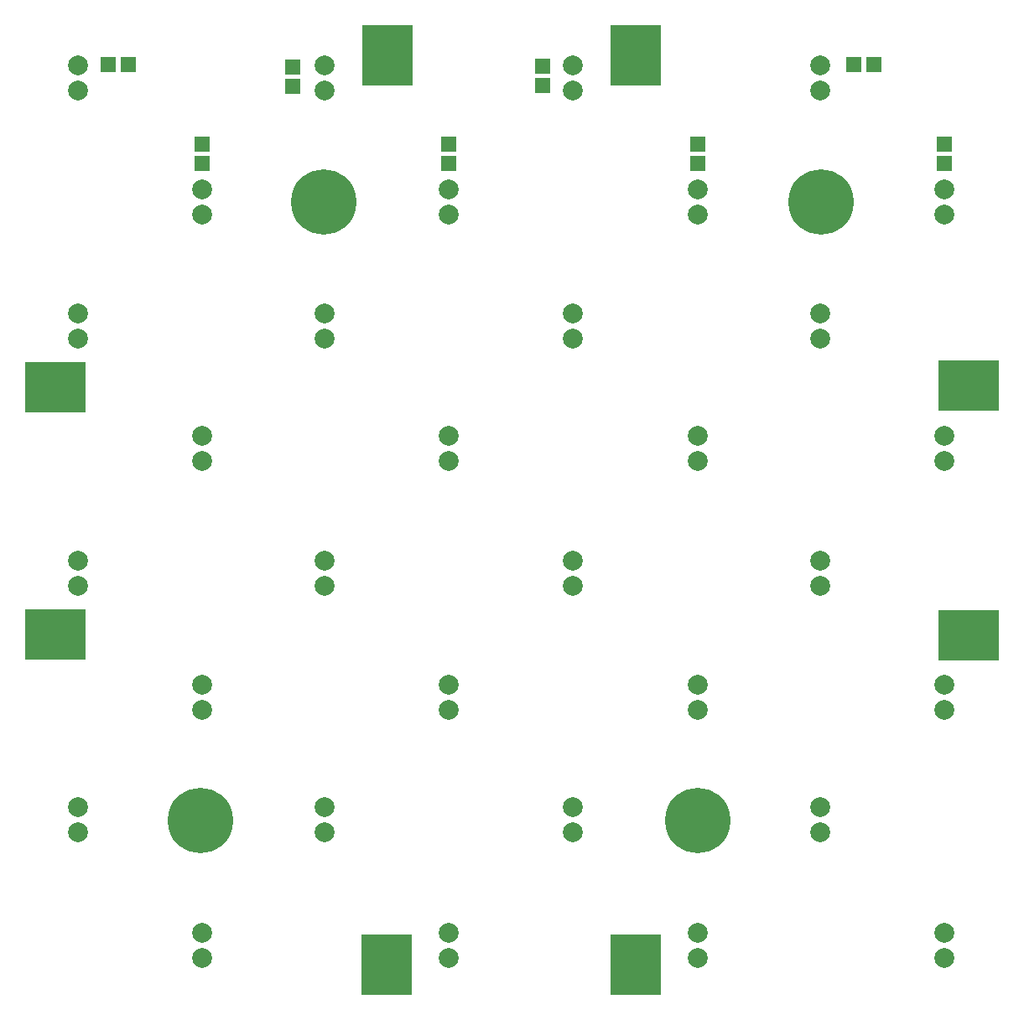
<source format=gbr>
%FSLAX34Y34*%
%MOMM*%
%LNSOLDERMASK_BOTTOM*%
G71*
G01*
%ADD10R,1.600X1.500*%
%ADD11R,1.500X1.600*%
%ADD12C,2.000*%
%ADD13R,6.200X5.200*%
%ADD14R,5.200X6.200*%
%ADD15C,6.600*%
%ADD16C,0.800*%
%LPD*%
X935434Y866775D02*
G54D10*
D03*
X935434Y846981D02*
G54D10*
D03*
X686197Y866775D02*
G54D10*
D03*
X686197Y846981D02*
G54D10*
D03*
X435372Y866775D02*
G54D10*
D03*
X435372Y846981D02*
G54D10*
D03*
X186134Y866775D02*
G54D10*
D03*
X186134Y846981D02*
G54D10*
D03*
X277813Y924770D02*
G54D10*
D03*
X277813Y944563D02*
G54D10*
D03*
X530225Y925959D02*
G54D10*
D03*
X530225Y945356D02*
G54D10*
D03*
X863972Y947366D02*
G54D11*
D03*
X844178Y947366D02*
G54D11*
D03*
X111497Y946572D02*
G54D11*
D03*
X91703Y946572D02*
G54D11*
D03*
X435372Y571500D02*
G54D12*
D03*
X435372Y546100D02*
G54D12*
D03*
X686197Y571500D02*
G54D12*
D03*
X686197Y546100D02*
G54D12*
D03*
X935434Y571500D02*
G54D12*
D03*
X935434Y546100D02*
G54D12*
D03*
X186134Y571500D02*
G54D12*
D03*
X186134Y546100D02*
G54D12*
D03*
X435372Y320675D02*
G54D12*
D03*
X435372Y295275D02*
G54D12*
D03*
X686197Y320675D02*
G54D12*
D03*
X686197Y295275D02*
G54D12*
D03*
X935434Y320675D02*
G54D12*
D03*
X935434Y295275D02*
G54D12*
D03*
X186134Y320675D02*
G54D12*
D03*
X186134Y295275D02*
G54D12*
D03*
X435372Y69850D02*
G54D12*
D03*
X435372Y44450D02*
G54D12*
D03*
X686197Y69850D02*
G54D12*
D03*
X686197Y44450D02*
G54D12*
D03*
X935434Y69850D02*
G54D12*
D03*
X935434Y44450D02*
G54D12*
D03*
X186134Y69850D02*
G54D12*
D03*
X186134Y44450D02*
G54D12*
D03*
X309960Y196850D02*
G54D12*
D03*
X309960Y171450D02*
G54D12*
D03*
X560784Y196850D02*
G54D12*
D03*
X560784Y171450D02*
G54D12*
D03*
X810022Y196850D02*
G54D12*
D03*
X810022Y171450D02*
G54D12*
D03*
X60722Y196850D02*
G54D12*
D03*
X60722Y171450D02*
G54D12*
D03*
X309960Y446088D02*
G54D12*
D03*
X309960Y420688D02*
G54D12*
D03*
X560784Y446088D02*
G54D12*
D03*
X560784Y420688D02*
G54D12*
D03*
X810022Y446088D02*
G54D12*
D03*
X810022Y420688D02*
G54D12*
D03*
X60722Y446088D02*
G54D12*
D03*
X60722Y420688D02*
G54D12*
D03*
X309960Y695325D02*
G54D12*
D03*
X309960Y669925D02*
G54D12*
D03*
X560784Y695325D02*
G54D12*
D03*
X560784Y669925D02*
G54D12*
D03*
X810022Y695325D02*
G54D12*
D03*
X810022Y669925D02*
G54D12*
D03*
X60722Y695325D02*
G54D12*
D03*
X60722Y669925D02*
G54D12*
D03*
X435372Y820738D02*
G54D12*
D03*
X435372Y795338D02*
G54D12*
D03*
X686197Y820738D02*
G54D12*
D03*
X686197Y795338D02*
G54D12*
D03*
X935434Y820738D02*
G54D12*
D03*
X935434Y795338D02*
G54D12*
D03*
X186134Y820738D02*
G54D12*
D03*
X186134Y795338D02*
G54D12*
D03*
X309960Y946150D02*
G54D12*
D03*
X309960Y920750D02*
G54D12*
D03*
X560784Y946150D02*
G54D12*
D03*
X560784Y920750D02*
G54D12*
D03*
X810022Y946150D02*
G54D12*
D03*
X810022Y920750D02*
G54D12*
D03*
X60722Y946150D02*
G54D12*
D03*
X60722Y920750D02*
G54D12*
D03*
X37703Y620712D02*
G54D13*
D03*
X623491Y956469D02*
G54D14*
D03*
X960041Y622300D02*
G54D13*
D03*
X372666Y37306D02*
G54D14*
D03*
X623491Y37306D02*
G54D14*
D03*
X960041Y370681D02*
G54D13*
D03*
X37703Y371474D02*
G54D13*
D03*
X373459Y956467D02*
G54D14*
D03*
X811118Y808133D02*
G54D15*
D03*
X835118Y808133D02*
G54D16*
D03*
X828088Y791162D02*
G54D16*
D03*
X811118Y784133D02*
G54D16*
D03*
X794147Y791162D02*
G54D16*
D03*
X787118Y808133D02*
G54D16*
D03*
X794147Y825104D02*
G54D16*
D03*
X811118Y832133D02*
G54D16*
D03*
X828088Y825104D02*
G54D16*
D03*
X308559Y808038D02*
G54D15*
D03*
X332559Y808038D02*
G54D16*
D03*
X325530Y791068D02*
G54D16*
D03*
X308559Y784038D02*
G54D16*
D03*
X291588Y791068D02*
G54D16*
D03*
X284559Y808038D02*
G54D16*
D03*
X291588Y825009D02*
G54D16*
D03*
X308559Y832038D02*
G54D16*
D03*
X325530Y825009D02*
G54D16*
D03*
X686613Y183149D02*
G54D15*
D03*
X710613Y183149D02*
G54D16*
D03*
X703584Y166179D02*
G54D16*
D03*
X686613Y159149D02*
G54D16*
D03*
X669642Y166179D02*
G54D16*
D03*
X662613Y183149D02*
G54D16*
D03*
X669642Y200120D02*
G54D16*
D03*
X686613Y207150D02*
G54D16*
D03*
X703584Y200120D02*
G54D16*
D03*
X184054Y183054D02*
G54D15*
D03*
X208054Y183054D02*
G54D16*
D03*
X201025Y166084D02*
G54D16*
D03*
X184054Y159054D02*
G54D16*
D03*
X167084Y166084D02*
G54D16*
D03*
X160054Y183054D02*
G54D16*
D03*
X167084Y200025D02*
G54D16*
D03*
X184054Y207054D02*
G54D16*
D03*
X201025Y200025D02*
G54D16*
D03*
M02*

</source>
